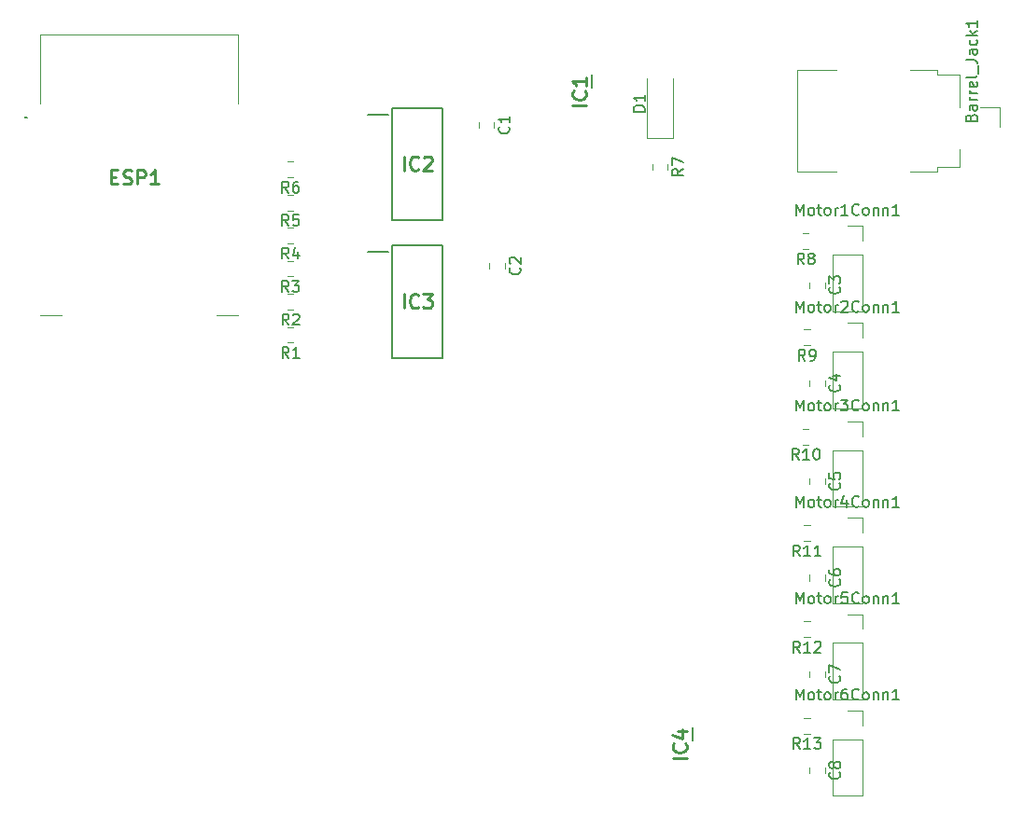
<source format=gbr>
G04 #@! TF.GenerationSoftware,KiCad,Pcbnew,(5.1.5)-3*
G04 #@! TF.CreationDate,2022-02-18T13:47:20-05:00*
G04 #@! TF.ProjectId,Motor board,4d6f746f-7220-4626-9f61-72642e6b6963,rev?*
G04 #@! TF.SameCoordinates,Original*
G04 #@! TF.FileFunction,Legend,Top*
G04 #@! TF.FilePolarity,Positive*
%FSLAX46Y46*%
G04 Gerber Fmt 4.6, Leading zero omitted, Abs format (unit mm)*
G04 Created by KiCad (PCBNEW (5.1.5)-3) date 2022-02-18 13:47:20*
%MOMM*%
%LPD*%
G04 APERTURE LIST*
%ADD10C,0.200000*%
%ADD11C,0.120000*%
%ADD12C,0.100000*%
%ADD13C,0.254000*%
%ADD14C,0.150000*%
G04 APERTURE END LIST*
D10*
X183700000Y-82400000D02*
X183700000Y-83600000D01*
X154275000Y-26740000D02*
X156100000Y-26740000D01*
X156450000Y-36350000D02*
X156450000Y-26150000D01*
X161050000Y-36350000D02*
X156450000Y-36350000D01*
X161050000Y-26150000D02*
X161050000Y-36350000D01*
X156450000Y-26150000D02*
X161050000Y-26150000D01*
D11*
X211540000Y-26110000D02*
X211540000Y-27850000D01*
X209800000Y-26110000D02*
X211540000Y-26110000D01*
X205900000Y-31900000D02*
X203450000Y-31900000D01*
X205900000Y-31500000D02*
X205900000Y-31900000D01*
X207900000Y-31500000D02*
X205900000Y-31500000D01*
X207900000Y-29900000D02*
X207900000Y-31500000D01*
X207900000Y-23100000D02*
X207900000Y-26100000D01*
X205900000Y-23100000D02*
X207900000Y-23100000D01*
X205900000Y-22700000D02*
X205900000Y-23100000D01*
X203450000Y-22700000D02*
X205900000Y-22700000D01*
X193200000Y-22700000D02*
X196750000Y-22700000D01*
X193200000Y-31900000D02*
X193200000Y-22700000D01*
X196750000Y-31900000D02*
X193200000Y-31900000D01*
X164290000Y-27441422D02*
X164290000Y-27958578D01*
X165710000Y-27441422D02*
X165710000Y-27958578D01*
X166710000Y-40241422D02*
X166710000Y-40758578D01*
X165290000Y-40241422D02*
X165290000Y-40758578D01*
X194290000Y-41991422D02*
X194290000Y-42508578D01*
X195710000Y-41991422D02*
X195710000Y-42508578D01*
X195710000Y-50878922D02*
X195710000Y-51396078D01*
X194290000Y-50878922D02*
X194290000Y-51396078D01*
X194290000Y-59803922D02*
X194290000Y-60321078D01*
X195710000Y-59803922D02*
X195710000Y-60321078D01*
X195710000Y-68553922D02*
X195710000Y-69071078D01*
X194290000Y-68553922D02*
X194290000Y-69071078D01*
X194290000Y-77303922D02*
X194290000Y-77821078D01*
X195710000Y-77303922D02*
X195710000Y-77821078D01*
X195710000Y-86053922D02*
X195710000Y-86571078D01*
X194290000Y-86053922D02*
X194290000Y-86571078D01*
X179590000Y-23500000D02*
X179590000Y-28885000D01*
X179590000Y-28885000D02*
X181910000Y-28885000D01*
X181910000Y-28885000D02*
X181910000Y-23500000D01*
D10*
X123300000Y-27000000D02*
G75*
G02X123200000Y-27000000I-50000J0D01*
G01*
X123200000Y-27000000D02*
G75*
G02X123300000Y-27000000I50000J0D01*
G01*
X123300000Y-27000000D02*
G75*
G02X123200000Y-27000000I-50000J0D01*
G01*
X123200000Y-27000000D02*
X123200000Y-27000000D01*
X123300000Y-27000000D02*
X123300000Y-27000000D01*
X123200000Y-27000000D02*
X123200000Y-27000000D01*
D12*
X142500000Y-25750000D02*
X142500000Y-19500000D01*
X142500000Y-25750000D02*
X142500000Y-25750000D01*
X142500000Y-19500000D02*
X142500000Y-25750000D01*
X142500000Y-19500000D02*
X142500000Y-19500000D01*
X124500000Y-19500000D02*
X124500000Y-25750000D01*
X124500000Y-19500000D02*
X124500000Y-19500000D01*
X124500000Y-25750000D02*
X124500000Y-19500000D01*
X124500000Y-25750000D02*
X124500000Y-25750000D01*
X140500000Y-45000000D02*
X140500000Y-45000000D01*
X142500000Y-45000000D02*
X140500000Y-45000000D01*
X142500000Y-45000000D02*
X142500000Y-45000000D01*
X140500000Y-45000000D02*
X142500000Y-45000000D01*
X124500000Y-45000000D02*
X124500000Y-45000000D01*
X126500000Y-45000000D02*
X124500000Y-45000000D01*
X126500000Y-45000000D02*
X126500000Y-45000000D01*
X124500000Y-45000000D02*
X126500000Y-45000000D01*
X124500000Y-19500000D02*
X124500000Y-19500000D01*
X142500000Y-19500000D02*
X124500000Y-19500000D01*
X142500000Y-19500000D02*
X142500000Y-19500000D01*
X124500000Y-19500000D02*
X142500000Y-19500000D01*
D10*
X174600000Y-23150000D02*
X174600000Y-24350000D01*
X156450000Y-38650000D02*
X161050000Y-38650000D01*
X161050000Y-38650000D02*
X161050000Y-48850000D01*
X161050000Y-48850000D02*
X156450000Y-48850000D01*
X156450000Y-48850000D02*
X156450000Y-38650000D01*
X154275000Y-39240000D02*
X156100000Y-39240000D01*
D11*
X197750000Y-36880000D02*
X199080000Y-36880000D01*
X199080000Y-36880000D02*
X199080000Y-38210000D01*
X199080000Y-39480000D02*
X199080000Y-44620000D01*
X196420000Y-44620000D02*
X199080000Y-44620000D01*
X196420000Y-39480000D02*
X196420000Y-44620000D01*
X196420000Y-39480000D02*
X199080000Y-39480000D01*
X196420000Y-48270000D02*
X199080000Y-48270000D01*
X196420000Y-48270000D02*
X196420000Y-53410000D01*
X196420000Y-53410000D02*
X199080000Y-53410000D01*
X199080000Y-48270000D02*
X199080000Y-53410000D01*
X199080000Y-45670000D02*
X199080000Y-47000000D01*
X197750000Y-45670000D02*
X199080000Y-45670000D01*
X197750000Y-54630000D02*
X199080000Y-54630000D01*
X199080000Y-54630000D02*
X199080000Y-55960000D01*
X199080000Y-57230000D02*
X199080000Y-62370000D01*
X196420000Y-62370000D02*
X199080000Y-62370000D01*
X196420000Y-57230000D02*
X196420000Y-62370000D01*
X196420000Y-57230000D02*
X199080000Y-57230000D01*
X196420000Y-65980000D02*
X199080000Y-65980000D01*
X196420000Y-65980000D02*
X196420000Y-71120000D01*
X196420000Y-71120000D02*
X199080000Y-71120000D01*
X199080000Y-65980000D02*
X199080000Y-71120000D01*
X199080000Y-63380000D02*
X199080000Y-64710000D01*
X197750000Y-63380000D02*
X199080000Y-63380000D01*
X197750000Y-72130000D02*
X199080000Y-72130000D01*
X199080000Y-72130000D02*
X199080000Y-73460000D01*
X199080000Y-74730000D02*
X199080000Y-79870000D01*
X196420000Y-79870000D02*
X199080000Y-79870000D01*
X196420000Y-74730000D02*
X196420000Y-79870000D01*
X196420000Y-74730000D02*
X199080000Y-74730000D01*
X196420000Y-83480000D02*
X199080000Y-83480000D01*
X196420000Y-83480000D02*
X196420000Y-88620000D01*
X196420000Y-88620000D02*
X199080000Y-88620000D01*
X199080000Y-83480000D02*
X199080000Y-88620000D01*
X199080000Y-80880000D02*
X199080000Y-82210000D01*
X197750000Y-80880000D02*
X199080000Y-80880000D01*
X147511252Y-47460000D02*
X146988748Y-47460000D01*
X147511252Y-46040000D02*
X146988748Y-46040000D01*
X147511252Y-43040000D02*
X146988748Y-43040000D01*
X147511252Y-44460000D02*
X146988748Y-44460000D01*
X147486252Y-41460000D02*
X146963748Y-41460000D01*
X147486252Y-40040000D02*
X146963748Y-40040000D01*
X147486252Y-37040000D02*
X146963748Y-37040000D01*
X147486252Y-38460000D02*
X146963748Y-38460000D01*
X147486252Y-35460000D02*
X146963748Y-35460000D01*
X147486252Y-34040000D02*
X146963748Y-34040000D01*
X147486252Y-31040000D02*
X146963748Y-31040000D01*
X147486252Y-32460000D02*
X146963748Y-32460000D01*
X181460000Y-31263748D02*
X181460000Y-31786252D01*
X180040000Y-31263748D02*
X180040000Y-31786252D01*
X194236252Y-37540000D02*
X193713748Y-37540000D01*
X194236252Y-38960000D02*
X193713748Y-38960000D01*
X194336252Y-47710000D02*
X193813748Y-47710000D01*
X194336252Y-46290000D02*
X193813748Y-46290000D01*
X194236252Y-56710000D02*
X193713748Y-56710000D01*
X194236252Y-55290000D02*
X193713748Y-55290000D01*
X194336252Y-64040000D02*
X193813748Y-64040000D01*
X194336252Y-65460000D02*
X193813748Y-65460000D01*
X194336252Y-74210000D02*
X193813748Y-74210000D01*
X194336252Y-72790000D02*
X193813748Y-72790000D01*
X194336252Y-81540000D02*
X193813748Y-81540000D01*
X194336252Y-82960000D02*
X193813748Y-82960000D01*
D13*
X183174523Y-85189761D02*
X181904523Y-85189761D01*
X183053571Y-83859285D02*
X183114047Y-83919761D01*
X183174523Y-84101190D01*
X183174523Y-84222142D01*
X183114047Y-84403571D01*
X182993095Y-84524523D01*
X182872142Y-84585000D01*
X182630238Y-84645476D01*
X182448809Y-84645476D01*
X182206904Y-84585000D01*
X182085952Y-84524523D01*
X181965000Y-84403571D01*
X181904523Y-84222142D01*
X181904523Y-84101190D01*
X181965000Y-83919761D01*
X182025476Y-83859285D01*
X182327857Y-82770714D02*
X183174523Y-82770714D01*
X181844047Y-83073095D02*
X182751190Y-83375476D01*
X182751190Y-82589285D01*
X157510238Y-31824523D02*
X157510238Y-30554523D01*
X158840714Y-31703571D02*
X158780238Y-31764047D01*
X158598809Y-31824523D01*
X158477857Y-31824523D01*
X158296428Y-31764047D01*
X158175476Y-31643095D01*
X158115000Y-31522142D01*
X158054523Y-31280238D01*
X158054523Y-31098809D01*
X158115000Y-30856904D01*
X158175476Y-30735952D01*
X158296428Y-30615000D01*
X158477857Y-30554523D01*
X158598809Y-30554523D01*
X158780238Y-30615000D01*
X158840714Y-30675476D01*
X159324523Y-30675476D02*
X159385000Y-30615000D01*
X159505952Y-30554523D01*
X159808333Y-30554523D01*
X159929285Y-30615000D01*
X159989761Y-30675476D01*
X160050238Y-30796428D01*
X160050238Y-30917380D01*
X159989761Y-31098809D01*
X159264047Y-31824523D01*
X160050238Y-31824523D01*
D14*
X208978571Y-27014285D02*
X209026190Y-26871428D01*
X209073809Y-26823809D01*
X209169047Y-26776190D01*
X209311904Y-26776190D01*
X209407142Y-26823809D01*
X209454761Y-26871428D01*
X209502380Y-26966666D01*
X209502380Y-27347619D01*
X208502380Y-27347619D01*
X208502380Y-27014285D01*
X208550000Y-26919047D01*
X208597619Y-26871428D01*
X208692857Y-26823809D01*
X208788095Y-26823809D01*
X208883333Y-26871428D01*
X208930952Y-26919047D01*
X208978571Y-27014285D01*
X208978571Y-27347619D01*
X209502380Y-25919047D02*
X208978571Y-25919047D01*
X208883333Y-25966666D01*
X208835714Y-26061904D01*
X208835714Y-26252380D01*
X208883333Y-26347619D01*
X209454761Y-25919047D02*
X209502380Y-26014285D01*
X209502380Y-26252380D01*
X209454761Y-26347619D01*
X209359523Y-26395238D01*
X209264285Y-26395238D01*
X209169047Y-26347619D01*
X209121428Y-26252380D01*
X209121428Y-26014285D01*
X209073809Y-25919047D01*
X209502380Y-25442857D02*
X208835714Y-25442857D01*
X209026190Y-25442857D02*
X208930952Y-25395238D01*
X208883333Y-25347619D01*
X208835714Y-25252380D01*
X208835714Y-25157142D01*
X209502380Y-24823809D02*
X208835714Y-24823809D01*
X209026190Y-24823809D02*
X208930952Y-24776190D01*
X208883333Y-24728571D01*
X208835714Y-24633333D01*
X208835714Y-24538095D01*
X209454761Y-23823809D02*
X209502380Y-23919047D01*
X209502380Y-24109523D01*
X209454761Y-24204761D01*
X209359523Y-24252380D01*
X208978571Y-24252380D01*
X208883333Y-24204761D01*
X208835714Y-24109523D01*
X208835714Y-23919047D01*
X208883333Y-23823809D01*
X208978571Y-23776190D01*
X209073809Y-23776190D01*
X209169047Y-24252380D01*
X209502380Y-23204761D02*
X209454761Y-23300000D01*
X209359523Y-23347619D01*
X208502380Y-23347619D01*
X209597619Y-23061904D02*
X209597619Y-22300000D01*
X208502380Y-21776190D02*
X209216666Y-21776190D01*
X209359523Y-21823809D01*
X209454761Y-21919047D01*
X209502380Y-22061904D01*
X209502380Y-22157142D01*
X209502380Y-20871428D02*
X208978571Y-20871428D01*
X208883333Y-20919047D01*
X208835714Y-21014285D01*
X208835714Y-21204761D01*
X208883333Y-21300000D01*
X209454761Y-20871428D02*
X209502380Y-20966666D01*
X209502380Y-21204761D01*
X209454761Y-21300000D01*
X209359523Y-21347619D01*
X209264285Y-21347619D01*
X209169047Y-21300000D01*
X209121428Y-21204761D01*
X209121428Y-20966666D01*
X209073809Y-20871428D01*
X209454761Y-19966666D02*
X209502380Y-20061904D01*
X209502380Y-20252380D01*
X209454761Y-20347619D01*
X209407142Y-20395238D01*
X209311904Y-20442857D01*
X209026190Y-20442857D01*
X208930952Y-20395238D01*
X208883333Y-20347619D01*
X208835714Y-20252380D01*
X208835714Y-20061904D01*
X208883333Y-19966666D01*
X209502380Y-19538095D02*
X208502380Y-19538095D01*
X209121428Y-19442857D02*
X209502380Y-19157142D01*
X208835714Y-19157142D02*
X209216666Y-19538095D01*
X209502380Y-18204761D02*
X209502380Y-18776190D01*
X209502380Y-18490476D02*
X208502380Y-18490476D01*
X208645238Y-18585714D01*
X208740476Y-18680952D01*
X208788095Y-18776190D01*
X167007142Y-27866666D02*
X167054761Y-27914285D01*
X167102380Y-28057142D01*
X167102380Y-28152380D01*
X167054761Y-28295238D01*
X166959523Y-28390476D01*
X166864285Y-28438095D01*
X166673809Y-28485714D01*
X166530952Y-28485714D01*
X166340476Y-28438095D01*
X166245238Y-28390476D01*
X166150000Y-28295238D01*
X166102380Y-28152380D01*
X166102380Y-28057142D01*
X166150000Y-27914285D01*
X166197619Y-27866666D01*
X167102380Y-26914285D02*
X167102380Y-27485714D01*
X167102380Y-27200000D02*
X166102380Y-27200000D01*
X166245238Y-27295238D01*
X166340476Y-27390476D01*
X166388095Y-27485714D01*
X168007142Y-40666666D02*
X168054761Y-40714285D01*
X168102380Y-40857142D01*
X168102380Y-40952380D01*
X168054761Y-41095238D01*
X167959523Y-41190476D01*
X167864285Y-41238095D01*
X167673809Y-41285714D01*
X167530952Y-41285714D01*
X167340476Y-41238095D01*
X167245238Y-41190476D01*
X167150000Y-41095238D01*
X167102380Y-40952380D01*
X167102380Y-40857142D01*
X167150000Y-40714285D01*
X167197619Y-40666666D01*
X167197619Y-40285714D02*
X167150000Y-40238095D01*
X167102380Y-40142857D01*
X167102380Y-39904761D01*
X167150000Y-39809523D01*
X167197619Y-39761904D01*
X167292857Y-39714285D01*
X167388095Y-39714285D01*
X167530952Y-39761904D01*
X168102380Y-40333333D01*
X168102380Y-39714285D01*
X197007142Y-42416666D02*
X197054761Y-42464285D01*
X197102380Y-42607142D01*
X197102380Y-42702380D01*
X197054761Y-42845238D01*
X196959523Y-42940476D01*
X196864285Y-42988095D01*
X196673809Y-43035714D01*
X196530952Y-43035714D01*
X196340476Y-42988095D01*
X196245238Y-42940476D01*
X196150000Y-42845238D01*
X196102380Y-42702380D01*
X196102380Y-42607142D01*
X196150000Y-42464285D01*
X196197619Y-42416666D01*
X196102380Y-42083333D02*
X196102380Y-41464285D01*
X196483333Y-41797619D01*
X196483333Y-41654761D01*
X196530952Y-41559523D01*
X196578571Y-41511904D01*
X196673809Y-41464285D01*
X196911904Y-41464285D01*
X197007142Y-41511904D01*
X197054761Y-41559523D01*
X197102380Y-41654761D01*
X197102380Y-41940476D01*
X197054761Y-42035714D01*
X197007142Y-42083333D01*
X197007142Y-51304166D02*
X197054761Y-51351785D01*
X197102380Y-51494642D01*
X197102380Y-51589880D01*
X197054761Y-51732738D01*
X196959523Y-51827976D01*
X196864285Y-51875595D01*
X196673809Y-51923214D01*
X196530952Y-51923214D01*
X196340476Y-51875595D01*
X196245238Y-51827976D01*
X196150000Y-51732738D01*
X196102380Y-51589880D01*
X196102380Y-51494642D01*
X196150000Y-51351785D01*
X196197619Y-51304166D01*
X196435714Y-50447023D02*
X197102380Y-50447023D01*
X196054761Y-50685119D02*
X196769047Y-50923214D01*
X196769047Y-50304166D01*
X197007142Y-60229166D02*
X197054761Y-60276785D01*
X197102380Y-60419642D01*
X197102380Y-60514880D01*
X197054761Y-60657738D01*
X196959523Y-60752976D01*
X196864285Y-60800595D01*
X196673809Y-60848214D01*
X196530952Y-60848214D01*
X196340476Y-60800595D01*
X196245238Y-60752976D01*
X196150000Y-60657738D01*
X196102380Y-60514880D01*
X196102380Y-60419642D01*
X196150000Y-60276785D01*
X196197619Y-60229166D01*
X196102380Y-59324404D02*
X196102380Y-59800595D01*
X196578571Y-59848214D01*
X196530952Y-59800595D01*
X196483333Y-59705357D01*
X196483333Y-59467261D01*
X196530952Y-59372023D01*
X196578571Y-59324404D01*
X196673809Y-59276785D01*
X196911904Y-59276785D01*
X197007142Y-59324404D01*
X197054761Y-59372023D01*
X197102380Y-59467261D01*
X197102380Y-59705357D01*
X197054761Y-59800595D01*
X197007142Y-59848214D01*
X197007142Y-68979166D02*
X197054761Y-69026785D01*
X197102380Y-69169642D01*
X197102380Y-69264880D01*
X197054761Y-69407738D01*
X196959523Y-69502976D01*
X196864285Y-69550595D01*
X196673809Y-69598214D01*
X196530952Y-69598214D01*
X196340476Y-69550595D01*
X196245238Y-69502976D01*
X196150000Y-69407738D01*
X196102380Y-69264880D01*
X196102380Y-69169642D01*
X196150000Y-69026785D01*
X196197619Y-68979166D01*
X196102380Y-68122023D02*
X196102380Y-68312500D01*
X196150000Y-68407738D01*
X196197619Y-68455357D01*
X196340476Y-68550595D01*
X196530952Y-68598214D01*
X196911904Y-68598214D01*
X197007142Y-68550595D01*
X197054761Y-68502976D01*
X197102380Y-68407738D01*
X197102380Y-68217261D01*
X197054761Y-68122023D01*
X197007142Y-68074404D01*
X196911904Y-68026785D01*
X196673809Y-68026785D01*
X196578571Y-68074404D01*
X196530952Y-68122023D01*
X196483333Y-68217261D01*
X196483333Y-68407738D01*
X196530952Y-68502976D01*
X196578571Y-68550595D01*
X196673809Y-68598214D01*
X197007142Y-77729166D02*
X197054761Y-77776785D01*
X197102380Y-77919642D01*
X197102380Y-78014880D01*
X197054761Y-78157738D01*
X196959523Y-78252976D01*
X196864285Y-78300595D01*
X196673809Y-78348214D01*
X196530952Y-78348214D01*
X196340476Y-78300595D01*
X196245238Y-78252976D01*
X196150000Y-78157738D01*
X196102380Y-78014880D01*
X196102380Y-77919642D01*
X196150000Y-77776785D01*
X196197619Y-77729166D01*
X196102380Y-77395833D02*
X196102380Y-76729166D01*
X197102380Y-77157738D01*
X197007142Y-86479166D02*
X197054761Y-86526785D01*
X197102380Y-86669642D01*
X197102380Y-86764880D01*
X197054761Y-86907738D01*
X196959523Y-87002976D01*
X196864285Y-87050595D01*
X196673809Y-87098214D01*
X196530952Y-87098214D01*
X196340476Y-87050595D01*
X196245238Y-87002976D01*
X196150000Y-86907738D01*
X196102380Y-86764880D01*
X196102380Y-86669642D01*
X196150000Y-86526785D01*
X196197619Y-86479166D01*
X196530952Y-85907738D02*
X196483333Y-86002976D01*
X196435714Y-86050595D01*
X196340476Y-86098214D01*
X196292857Y-86098214D01*
X196197619Y-86050595D01*
X196150000Y-86002976D01*
X196102380Y-85907738D01*
X196102380Y-85717261D01*
X196150000Y-85622023D01*
X196197619Y-85574404D01*
X196292857Y-85526785D01*
X196340476Y-85526785D01*
X196435714Y-85574404D01*
X196483333Y-85622023D01*
X196530952Y-85717261D01*
X196530952Y-85907738D01*
X196578571Y-86002976D01*
X196626190Y-86050595D01*
X196721428Y-86098214D01*
X196911904Y-86098214D01*
X197007142Y-86050595D01*
X197054761Y-86002976D01*
X197102380Y-85907738D01*
X197102380Y-85717261D01*
X197054761Y-85622023D01*
X197007142Y-85574404D01*
X196911904Y-85526785D01*
X196721428Y-85526785D01*
X196626190Y-85574404D01*
X196578571Y-85622023D01*
X196530952Y-85717261D01*
X179352380Y-26488095D02*
X178352380Y-26488095D01*
X178352380Y-26250000D01*
X178400000Y-26107142D01*
X178495238Y-26011904D01*
X178590476Y-25964285D01*
X178780952Y-25916666D01*
X178923809Y-25916666D01*
X179114285Y-25964285D01*
X179209523Y-26011904D01*
X179304761Y-26107142D01*
X179352380Y-26250000D01*
X179352380Y-26488095D01*
X179352380Y-24964285D02*
X179352380Y-25535714D01*
X179352380Y-25250000D02*
X178352380Y-25250000D01*
X178495238Y-25345238D01*
X178590476Y-25440476D01*
X178638095Y-25535714D01*
D13*
X130983333Y-32414285D02*
X131406666Y-32414285D01*
X131588095Y-33079523D02*
X130983333Y-33079523D01*
X130983333Y-31809523D01*
X131588095Y-31809523D01*
X132071904Y-33019047D02*
X132253333Y-33079523D01*
X132555714Y-33079523D01*
X132676666Y-33019047D01*
X132737142Y-32958571D01*
X132797619Y-32837619D01*
X132797619Y-32716666D01*
X132737142Y-32595714D01*
X132676666Y-32535238D01*
X132555714Y-32474761D01*
X132313809Y-32414285D01*
X132192857Y-32353809D01*
X132132380Y-32293333D01*
X132071904Y-32172380D01*
X132071904Y-32051428D01*
X132132380Y-31930476D01*
X132192857Y-31870000D01*
X132313809Y-31809523D01*
X132616190Y-31809523D01*
X132797619Y-31870000D01*
X133341904Y-33079523D02*
X133341904Y-31809523D01*
X133825714Y-31809523D01*
X133946666Y-31870000D01*
X134007142Y-31930476D01*
X134067619Y-32051428D01*
X134067619Y-32232857D01*
X134007142Y-32353809D01*
X133946666Y-32414285D01*
X133825714Y-32474761D01*
X133341904Y-32474761D01*
X135277142Y-33079523D02*
X134551428Y-33079523D01*
X134914285Y-33079523D02*
X134914285Y-31809523D01*
X134793333Y-31990952D01*
X134672380Y-32111904D01*
X134551428Y-32172380D01*
X174074523Y-25939761D02*
X172804523Y-25939761D01*
X173953571Y-24609285D02*
X174014047Y-24669761D01*
X174074523Y-24851190D01*
X174074523Y-24972142D01*
X174014047Y-25153571D01*
X173893095Y-25274523D01*
X173772142Y-25335000D01*
X173530238Y-25395476D01*
X173348809Y-25395476D01*
X173106904Y-25335000D01*
X172985952Y-25274523D01*
X172865000Y-25153571D01*
X172804523Y-24972142D01*
X172804523Y-24851190D01*
X172865000Y-24669761D01*
X172925476Y-24609285D01*
X174074523Y-23399761D02*
X174074523Y-24125476D01*
X174074523Y-23762619D02*
X172804523Y-23762619D01*
X172985952Y-23883571D01*
X173106904Y-24004523D01*
X173167380Y-24125476D01*
X157510238Y-44324523D02*
X157510238Y-43054523D01*
X158840714Y-44203571D02*
X158780238Y-44264047D01*
X158598809Y-44324523D01*
X158477857Y-44324523D01*
X158296428Y-44264047D01*
X158175476Y-44143095D01*
X158115000Y-44022142D01*
X158054523Y-43780238D01*
X158054523Y-43598809D01*
X158115000Y-43356904D01*
X158175476Y-43235952D01*
X158296428Y-43115000D01*
X158477857Y-43054523D01*
X158598809Y-43054523D01*
X158780238Y-43115000D01*
X158840714Y-43175476D01*
X159264047Y-43054523D02*
X160050238Y-43054523D01*
X159626904Y-43538333D01*
X159808333Y-43538333D01*
X159929285Y-43598809D01*
X159989761Y-43659285D01*
X160050238Y-43780238D01*
X160050238Y-44082619D01*
X159989761Y-44203571D01*
X159929285Y-44264047D01*
X159808333Y-44324523D01*
X159445476Y-44324523D01*
X159324523Y-44264047D01*
X159264047Y-44203571D01*
D14*
X193107142Y-35892380D02*
X193107142Y-34892380D01*
X193440476Y-35606666D01*
X193773809Y-34892380D01*
X193773809Y-35892380D01*
X194392857Y-35892380D02*
X194297619Y-35844761D01*
X194250000Y-35797142D01*
X194202380Y-35701904D01*
X194202380Y-35416190D01*
X194250000Y-35320952D01*
X194297619Y-35273333D01*
X194392857Y-35225714D01*
X194535714Y-35225714D01*
X194630952Y-35273333D01*
X194678571Y-35320952D01*
X194726190Y-35416190D01*
X194726190Y-35701904D01*
X194678571Y-35797142D01*
X194630952Y-35844761D01*
X194535714Y-35892380D01*
X194392857Y-35892380D01*
X195011904Y-35225714D02*
X195392857Y-35225714D01*
X195154761Y-34892380D02*
X195154761Y-35749523D01*
X195202380Y-35844761D01*
X195297619Y-35892380D01*
X195392857Y-35892380D01*
X195869047Y-35892380D02*
X195773809Y-35844761D01*
X195726190Y-35797142D01*
X195678571Y-35701904D01*
X195678571Y-35416190D01*
X195726190Y-35320952D01*
X195773809Y-35273333D01*
X195869047Y-35225714D01*
X196011904Y-35225714D01*
X196107142Y-35273333D01*
X196154761Y-35320952D01*
X196202380Y-35416190D01*
X196202380Y-35701904D01*
X196154761Y-35797142D01*
X196107142Y-35844761D01*
X196011904Y-35892380D01*
X195869047Y-35892380D01*
X196630952Y-35892380D02*
X196630952Y-35225714D01*
X196630952Y-35416190D02*
X196678571Y-35320952D01*
X196726190Y-35273333D01*
X196821428Y-35225714D01*
X196916666Y-35225714D01*
X197773809Y-35892380D02*
X197202380Y-35892380D01*
X197488095Y-35892380D02*
X197488095Y-34892380D01*
X197392857Y-35035238D01*
X197297619Y-35130476D01*
X197202380Y-35178095D01*
X198773809Y-35797142D02*
X198726190Y-35844761D01*
X198583333Y-35892380D01*
X198488095Y-35892380D01*
X198345238Y-35844761D01*
X198250000Y-35749523D01*
X198202380Y-35654285D01*
X198154761Y-35463809D01*
X198154761Y-35320952D01*
X198202380Y-35130476D01*
X198250000Y-35035238D01*
X198345238Y-34940000D01*
X198488095Y-34892380D01*
X198583333Y-34892380D01*
X198726190Y-34940000D01*
X198773809Y-34987619D01*
X199345238Y-35892380D02*
X199250000Y-35844761D01*
X199202380Y-35797142D01*
X199154761Y-35701904D01*
X199154761Y-35416190D01*
X199202380Y-35320952D01*
X199250000Y-35273333D01*
X199345238Y-35225714D01*
X199488095Y-35225714D01*
X199583333Y-35273333D01*
X199630952Y-35320952D01*
X199678571Y-35416190D01*
X199678571Y-35701904D01*
X199630952Y-35797142D01*
X199583333Y-35844761D01*
X199488095Y-35892380D01*
X199345238Y-35892380D01*
X200107142Y-35225714D02*
X200107142Y-35892380D01*
X200107142Y-35320952D02*
X200154761Y-35273333D01*
X200250000Y-35225714D01*
X200392857Y-35225714D01*
X200488095Y-35273333D01*
X200535714Y-35368571D01*
X200535714Y-35892380D01*
X201011904Y-35225714D02*
X201011904Y-35892380D01*
X201011904Y-35320952D02*
X201059523Y-35273333D01*
X201154761Y-35225714D01*
X201297619Y-35225714D01*
X201392857Y-35273333D01*
X201440476Y-35368571D01*
X201440476Y-35892380D01*
X202440476Y-35892380D02*
X201869047Y-35892380D01*
X202154761Y-35892380D02*
X202154761Y-34892380D01*
X202059523Y-35035238D01*
X201964285Y-35130476D01*
X201869047Y-35178095D01*
X193107142Y-44682380D02*
X193107142Y-43682380D01*
X193440476Y-44396666D01*
X193773809Y-43682380D01*
X193773809Y-44682380D01*
X194392857Y-44682380D02*
X194297619Y-44634761D01*
X194250000Y-44587142D01*
X194202380Y-44491904D01*
X194202380Y-44206190D01*
X194250000Y-44110952D01*
X194297619Y-44063333D01*
X194392857Y-44015714D01*
X194535714Y-44015714D01*
X194630952Y-44063333D01*
X194678571Y-44110952D01*
X194726190Y-44206190D01*
X194726190Y-44491904D01*
X194678571Y-44587142D01*
X194630952Y-44634761D01*
X194535714Y-44682380D01*
X194392857Y-44682380D01*
X195011904Y-44015714D02*
X195392857Y-44015714D01*
X195154761Y-43682380D02*
X195154761Y-44539523D01*
X195202380Y-44634761D01*
X195297619Y-44682380D01*
X195392857Y-44682380D01*
X195869047Y-44682380D02*
X195773809Y-44634761D01*
X195726190Y-44587142D01*
X195678571Y-44491904D01*
X195678571Y-44206190D01*
X195726190Y-44110952D01*
X195773809Y-44063333D01*
X195869047Y-44015714D01*
X196011904Y-44015714D01*
X196107142Y-44063333D01*
X196154761Y-44110952D01*
X196202380Y-44206190D01*
X196202380Y-44491904D01*
X196154761Y-44587142D01*
X196107142Y-44634761D01*
X196011904Y-44682380D01*
X195869047Y-44682380D01*
X196630952Y-44682380D02*
X196630952Y-44015714D01*
X196630952Y-44206190D02*
X196678571Y-44110952D01*
X196726190Y-44063333D01*
X196821428Y-44015714D01*
X196916666Y-44015714D01*
X197202380Y-43777619D02*
X197250000Y-43730000D01*
X197345238Y-43682380D01*
X197583333Y-43682380D01*
X197678571Y-43730000D01*
X197726190Y-43777619D01*
X197773809Y-43872857D01*
X197773809Y-43968095D01*
X197726190Y-44110952D01*
X197154761Y-44682380D01*
X197773809Y-44682380D01*
X198773809Y-44587142D02*
X198726190Y-44634761D01*
X198583333Y-44682380D01*
X198488095Y-44682380D01*
X198345238Y-44634761D01*
X198250000Y-44539523D01*
X198202380Y-44444285D01*
X198154761Y-44253809D01*
X198154761Y-44110952D01*
X198202380Y-43920476D01*
X198250000Y-43825238D01*
X198345238Y-43730000D01*
X198488095Y-43682380D01*
X198583333Y-43682380D01*
X198726190Y-43730000D01*
X198773809Y-43777619D01*
X199345238Y-44682380D02*
X199250000Y-44634761D01*
X199202380Y-44587142D01*
X199154761Y-44491904D01*
X199154761Y-44206190D01*
X199202380Y-44110952D01*
X199250000Y-44063333D01*
X199345238Y-44015714D01*
X199488095Y-44015714D01*
X199583333Y-44063333D01*
X199630952Y-44110952D01*
X199678571Y-44206190D01*
X199678571Y-44491904D01*
X199630952Y-44587142D01*
X199583333Y-44634761D01*
X199488095Y-44682380D01*
X199345238Y-44682380D01*
X200107142Y-44015714D02*
X200107142Y-44682380D01*
X200107142Y-44110952D02*
X200154761Y-44063333D01*
X200250000Y-44015714D01*
X200392857Y-44015714D01*
X200488095Y-44063333D01*
X200535714Y-44158571D01*
X200535714Y-44682380D01*
X201011904Y-44015714D02*
X201011904Y-44682380D01*
X201011904Y-44110952D02*
X201059523Y-44063333D01*
X201154761Y-44015714D01*
X201297619Y-44015714D01*
X201392857Y-44063333D01*
X201440476Y-44158571D01*
X201440476Y-44682380D01*
X202440476Y-44682380D02*
X201869047Y-44682380D01*
X202154761Y-44682380D02*
X202154761Y-43682380D01*
X202059523Y-43825238D01*
X201964285Y-43920476D01*
X201869047Y-43968095D01*
X193107142Y-53642380D02*
X193107142Y-52642380D01*
X193440476Y-53356666D01*
X193773809Y-52642380D01*
X193773809Y-53642380D01*
X194392857Y-53642380D02*
X194297619Y-53594761D01*
X194250000Y-53547142D01*
X194202380Y-53451904D01*
X194202380Y-53166190D01*
X194250000Y-53070952D01*
X194297619Y-53023333D01*
X194392857Y-52975714D01*
X194535714Y-52975714D01*
X194630952Y-53023333D01*
X194678571Y-53070952D01*
X194726190Y-53166190D01*
X194726190Y-53451904D01*
X194678571Y-53547142D01*
X194630952Y-53594761D01*
X194535714Y-53642380D01*
X194392857Y-53642380D01*
X195011904Y-52975714D02*
X195392857Y-52975714D01*
X195154761Y-52642380D02*
X195154761Y-53499523D01*
X195202380Y-53594761D01*
X195297619Y-53642380D01*
X195392857Y-53642380D01*
X195869047Y-53642380D02*
X195773809Y-53594761D01*
X195726190Y-53547142D01*
X195678571Y-53451904D01*
X195678571Y-53166190D01*
X195726190Y-53070952D01*
X195773809Y-53023333D01*
X195869047Y-52975714D01*
X196011904Y-52975714D01*
X196107142Y-53023333D01*
X196154761Y-53070952D01*
X196202380Y-53166190D01*
X196202380Y-53451904D01*
X196154761Y-53547142D01*
X196107142Y-53594761D01*
X196011904Y-53642380D01*
X195869047Y-53642380D01*
X196630952Y-53642380D02*
X196630952Y-52975714D01*
X196630952Y-53166190D02*
X196678571Y-53070952D01*
X196726190Y-53023333D01*
X196821428Y-52975714D01*
X196916666Y-52975714D01*
X197154761Y-52642380D02*
X197773809Y-52642380D01*
X197440476Y-53023333D01*
X197583333Y-53023333D01*
X197678571Y-53070952D01*
X197726190Y-53118571D01*
X197773809Y-53213809D01*
X197773809Y-53451904D01*
X197726190Y-53547142D01*
X197678571Y-53594761D01*
X197583333Y-53642380D01*
X197297619Y-53642380D01*
X197202380Y-53594761D01*
X197154761Y-53547142D01*
X198773809Y-53547142D02*
X198726190Y-53594761D01*
X198583333Y-53642380D01*
X198488095Y-53642380D01*
X198345238Y-53594761D01*
X198250000Y-53499523D01*
X198202380Y-53404285D01*
X198154761Y-53213809D01*
X198154761Y-53070952D01*
X198202380Y-52880476D01*
X198250000Y-52785238D01*
X198345238Y-52690000D01*
X198488095Y-52642380D01*
X198583333Y-52642380D01*
X198726190Y-52690000D01*
X198773809Y-52737619D01*
X199345238Y-53642380D02*
X199250000Y-53594761D01*
X199202380Y-53547142D01*
X199154761Y-53451904D01*
X199154761Y-53166190D01*
X199202380Y-53070952D01*
X199250000Y-53023333D01*
X199345238Y-52975714D01*
X199488095Y-52975714D01*
X199583333Y-53023333D01*
X199630952Y-53070952D01*
X199678571Y-53166190D01*
X199678571Y-53451904D01*
X199630952Y-53547142D01*
X199583333Y-53594761D01*
X199488095Y-53642380D01*
X199345238Y-53642380D01*
X200107142Y-52975714D02*
X200107142Y-53642380D01*
X200107142Y-53070952D02*
X200154761Y-53023333D01*
X200250000Y-52975714D01*
X200392857Y-52975714D01*
X200488095Y-53023333D01*
X200535714Y-53118571D01*
X200535714Y-53642380D01*
X201011904Y-52975714D02*
X201011904Y-53642380D01*
X201011904Y-53070952D02*
X201059523Y-53023333D01*
X201154761Y-52975714D01*
X201297619Y-52975714D01*
X201392857Y-53023333D01*
X201440476Y-53118571D01*
X201440476Y-53642380D01*
X202440476Y-53642380D02*
X201869047Y-53642380D01*
X202154761Y-53642380D02*
X202154761Y-52642380D01*
X202059523Y-52785238D01*
X201964285Y-52880476D01*
X201869047Y-52928095D01*
X193107142Y-62392380D02*
X193107142Y-61392380D01*
X193440476Y-62106666D01*
X193773809Y-61392380D01*
X193773809Y-62392380D01*
X194392857Y-62392380D02*
X194297619Y-62344761D01*
X194250000Y-62297142D01*
X194202380Y-62201904D01*
X194202380Y-61916190D01*
X194250000Y-61820952D01*
X194297619Y-61773333D01*
X194392857Y-61725714D01*
X194535714Y-61725714D01*
X194630952Y-61773333D01*
X194678571Y-61820952D01*
X194726190Y-61916190D01*
X194726190Y-62201904D01*
X194678571Y-62297142D01*
X194630952Y-62344761D01*
X194535714Y-62392380D01*
X194392857Y-62392380D01*
X195011904Y-61725714D02*
X195392857Y-61725714D01*
X195154761Y-61392380D02*
X195154761Y-62249523D01*
X195202380Y-62344761D01*
X195297619Y-62392380D01*
X195392857Y-62392380D01*
X195869047Y-62392380D02*
X195773809Y-62344761D01*
X195726190Y-62297142D01*
X195678571Y-62201904D01*
X195678571Y-61916190D01*
X195726190Y-61820952D01*
X195773809Y-61773333D01*
X195869047Y-61725714D01*
X196011904Y-61725714D01*
X196107142Y-61773333D01*
X196154761Y-61820952D01*
X196202380Y-61916190D01*
X196202380Y-62201904D01*
X196154761Y-62297142D01*
X196107142Y-62344761D01*
X196011904Y-62392380D01*
X195869047Y-62392380D01*
X196630952Y-62392380D02*
X196630952Y-61725714D01*
X196630952Y-61916190D02*
X196678571Y-61820952D01*
X196726190Y-61773333D01*
X196821428Y-61725714D01*
X196916666Y-61725714D01*
X197678571Y-61725714D02*
X197678571Y-62392380D01*
X197440476Y-61344761D02*
X197202380Y-62059047D01*
X197821428Y-62059047D01*
X198773809Y-62297142D02*
X198726190Y-62344761D01*
X198583333Y-62392380D01*
X198488095Y-62392380D01*
X198345238Y-62344761D01*
X198250000Y-62249523D01*
X198202380Y-62154285D01*
X198154761Y-61963809D01*
X198154761Y-61820952D01*
X198202380Y-61630476D01*
X198250000Y-61535238D01*
X198345238Y-61440000D01*
X198488095Y-61392380D01*
X198583333Y-61392380D01*
X198726190Y-61440000D01*
X198773809Y-61487619D01*
X199345238Y-62392380D02*
X199250000Y-62344761D01*
X199202380Y-62297142D01*
X199154761Y-62201904D01*
X199154761Y-61916190D01*
X199202380Y-61820952D01*
X199250000Y-61773333D01*
X199345238Y-61725714D01*
X199488095Y-61725714D01*
X199583333Y-61773333D01*
X199630952Y-61820952D01*
X199678571Y-61916190D01*
X199678571Y-62201904D01*
X199630952Y-62297142D01*
X199583333Y-62344761D01*
X199488095Y-62392380D01*
X199345238Y-62392380D01*
X200107142Y-61725714D02*
X200107142Y-62392380D01*
X200107142Y-61820952D02*
X200154761Y-61773333D01*
X200250000Y-61725714D01*
X200392857Y-61725714D01*
X200488095Y-61773333D01*
X200535714Y-61868571D01*
X200535714Y-62392380D01*
X201011904Y-61725714D02*
X201011904Y-62392380D01*
X201011904Y-61820952D02*
X201059523Y-61773333D01*
X201154761Y-61725714D01*
X201297619Y-61725714D01*
X201392857Y-61773333D01*
X201440476Y-61868571D01*
X201440476Y-62392380D01*
X202440476Y-62392380D02*
X201869047Y-62392380D01*
X202154761Y-62392380D02*
X202154761Y-61392380D01*
X202059523Y-61535238D01*
X201964285Y-61630476D01*
X201869047Y-61678095D01*
X193107142Y-71142380D02*
X193107142Y-70142380D01*
X193440476Y-70856666D01*
X193773809Y-70142380D01*
X193773809Y-71142380D01*
X194392857Y-71142380D02*
X194297619Y-71094761D01*
X194250000Y-71047142D01*
X194202380Y-70951904D01*
X194202380Y-70666190D01*
X194250000Y-70570952D01*
X194297619Y-70523333D01*
X194392857Y-70475714D01*
X194535714Y-70475714D01*
X194630952Y-70523333D01*
X194678571Y-70570952D01*
X194726190Y-70666190D01*
X194726190Y-70951904D01*
X194678571Y-71047142D01*
X194630952Y-71094761D01*
X194535714Y-71142380D01*
X194392857Y-71142380D01*
X195011904Y-70475714D02*
X195392857Y-70475714D01*
X195154761Y-70142380D02*
X195154761Y-70999523D01*
X195202380Y-71094761D01*
X195297619Y-71142380D01*
X195392857Y-71142380D01*
X195869047Y-71142380D02*
X195773809Y-71094761D01*
X195726190Y-71047142D01*
X195678571Y-70951904D01*
X195678571Y-70666190D01*
X195726190Y-70570952D01*
X195773809Y-70523333D01*
X195869047Y-70475714D01*
X196011904Y-70475714D01*
X196107142Y-70523333D01*
X196154761Y-70570952D01*
X196202380Y-70666190D01*
X196202380Y-70951904D01*
X196154761Y-71047142D01*
X196107142Y-71094761D01*
X196011904Y-71142380D01*
X195869047Y-71142380D01*
X196630952Y-71142380D02*
X196630952Y-70475714D01*
X196630952Y-70666190D02*
X196678571Y-70570952D01*
X196726190Y-70523333D01*
X196821428Y-70475714D01*
X196916666Y-70475714D01*
X197726190Y-70142380D02*
X197250000Y-70142380D01*
X197202380Y-70618571D01*
X197250000Y-70570952D01*
X197345238Y-70523333D01*
X197583333Y-70523333D01*
X197678571Y-70570952D01*
X197726190Y-70618571D01*
X197773809Y-70713809D01*
X197773809Y-70951904D01*
X197726190Y-71047142D01*
X197678571Y-71094761D01*
X197583333Y-71142380D01*
X197345238Y-71142380D01*
X197250000Y-71094761D01*
X197202380Y-71047142D01*
X198773809Y-71047142D02*
X198726190Y-71094761D01*
X198583333Y-71142380D01*
X198488095Y-71142380D01*
X198345238Y-71094761D01*
X198250000Y-70999523D01*
X198202380Y-70904285D01*
X198154761Y-70713809D01*
X198154761Y-70570952D01*
X198202380Y-70380476D01*
X198250000Y-70285238D01*
X198345238Y-70190000D01*
X198488095Y-70142380D01*
X198583333Y-70142380D01*
X198726190Y-70190000D01*
X198773809Y-70237619D01*
X199345238Y-71142380D02*
X199250000Y-71094761D01*
X199202380Y-71047142D01*
X199154761Y-70951904D01*
X199154761Y-70666190D01*
X199202380Y-70570952D01*
X199250000Y-70523333D01*
X199345238Y-70475714D01*
X199488095Y-70475714D01*
X199583333Y-70523333D01*
X199630952Y-70570952D01*
X199678571Y-70666190D01*
X199678571Y-70951904D01*
X199630952Y-71047142D01*
X199583333Y-71094761D01*
X199488095Y-71142380D01*
X199345238Y-71142380D01*
X200107142Y-70475714D02*
X200107142Y-71142380D01*
X200107142Y-70570952D02*
X200154761Y-70523333D01*
X200250000Y-70475714D01*
X200392857Y-70475714D01*
X200488095Y-70523333D01*
X200535714Y-70618571D01*
X200535714Y-71142380D01*
X201011904Y-70475714D02*
X201011904Y-71142380D01*
X201011904Y-70570952D02*
X201059523Y-70523333D01*
X201154761Y-70475714D01*
X201297619Y-70475714D01*
X201392857Y-70523333D01*
X201440476Y-70618571D01*
X201440476Y-71142380D01*
X202440476Y-71142380D02*
X201869047Y-71142380D01*
X202154761Y-71142380D02*
X202154761Y-70142380D01*
X202059523Y-70285238D01*
X201964285Y-70380476D01*
X201869047Y-70428095D01*
X193107142Y-79892380D02*
X193107142Y-78892380D01*
X193440476Y-79606666D01*
X193773809Y-78892380D01*
X193773809Y-79892380D01*
X194392857Y-79892380D02*
X194297619Y-79844761D01*
X194250000Y-79797142D01*
X194202380Y-79701904D01*
X194202380Y-79416190D01*
X194250000Y-79320952D01*
X194297619Y-79273333D01*
X194392857Y-79225714D01*
X194535714Y-79225714D01*
X194630952Y-79273333D01*
X194678571Y-79320952D01*
X194726190Y-79416190D01*
X194726190Y-79701904D01*
X194678571Y-79797142D01*
X194630952Y-79844761D01*
X194535714Y-79892380D01*
X194392857Y-79892380D01*
X195011904Y-79225714D02*
X195392857Y-79225714D01*
X195154761Y-78892380D02*
X195154761Y-79749523D01*
X195202380Y-79844761D01*
X195297619Y-79892380D01*
X195392857Y-79892380D01*
X195869047Y-79892380D02*
X195773809Y-79844761D01*
X195726190Y-79797142D01*
X195678571Y-79701904D01*
X195678571Y-79416190D01*
X195726190Y-79320952D01*
X195773809Y-79273333D01*
X195869047Y-79225714D01*
X196011904Y-79225714D01*
X196107142Y-79273333D01*
X196154761Y-79320952D01*
X196202380Y-79416190D01*
X196202380Y-79701904D01*
X196154761Y-79797142D01*
X196107142Y-79844761D01*
X196011904Y-79892380D01*
X195869047Y-79892380D01*
X196630952Y-79892380D02*
X196630952Y-79225714D01*
X196630952Y-79416190D02*
X196678571Y-79320952D01*
X196726190Y-79273333D01*
X196821428Y-79225714D01*
X196916666Y-79225714D01*
X197678571Y-78892380D02*
X197488095Y-78892380D01*
X197392857Y-78940000D01*
X197345238Y-78987619D01*
X197250000Y-79130476D01*
X197202380Y-79320952D01*
X197202380Y-79701904D01*
X197250000Y-79797142D01*
X197297619Y-79844761D01*
X197392857Y-79892380D01*
X197583333Y-79892380D01*
X197678571Y-79844761D01*
X197726190Y-79797142D01*
X197773809Y-79701904D01*
X197773809Y-79463809D01*
X197726190Y-79368571D01*
X197678571Y-79320952D01*
X197583333Y-79273333D01*
X197392857Y-79273333D01*
X197297619Y-79320952D01*
X197250000Y-79368571D01*
X197202380Y-79463809D01*
X198773809Y-79797142D02*
X198726190Y-79844761D01*
X198583333Y-79892380D01*
X198488095Y-79892380D01*
X198345238Y-79844761D01*
X198250000Y-79749523D01*
X198202380Y-79654285D01*
X198154761Y-79463809D01*
X198154761Y-79320952D01*
X198202380Y-79130476D01*
X198250000Y-79035238D01*
X198345238Y-78940000D01*
X198488095Y-78892380D01*
X198583333Y-78892380D01*
X198726190Y-78940000D01*
X198773809Y-78987619D01*
X199345238Y-79892380D02*
X199250000Y-79844761D01*
X199202380Y-79797142D01*
X199154761Y-79701904D01*
X199154761Y-79416190D01*
X199202380Y-79320952D01*
X199250000Y-79273333D01*
X199345238Y-79225714D01*
X199488095Y-79225714D01*
X199583333Y-79273333D01*
X199630952Y-79320952D01*
X199678571Y-79416190D01*
X199678571Y-79701904D01*
X199630952Y-79797142D01*
X199583333Y-79844761D01*
X199488095Y-79892380D01*
X199345238Y-79892380D01*
X200107142Y-79225714D02*
X200107142Y-79892380D01*
X200107142Y-79320952D02*
X200154761Y-79273333D01*
X200250000Y-79225714D01*
X200392857Y-79225714D01*
X200488095Y-79273333D01*
X200535714Y-79368571D01*
X200535714Y-79892380D01*
X201011904Y-79225714D02*
X201011904Y-79892380D01*
X201011904Y-79320952D02*
X201059523Y-79273333D01*
X201154761Y-79225714D01*
X201297619Y-79225714D01*
X201392857Y-79273333D01*
X201440476Y-79368571D01*
X201440476Y-79892380D01*
X202440476Y-79892380D02*
X201869047Y-79892380D01*
X202154761Y-79892380D02*
X202154761Y-78892380D01*
X202059523Y-79035238D01*
X201964285Y-79130476D01*
X201869047Y-79178095D01*
X147083333Y-48852380D02*
X146750000Y-48376190D01*
X146511904Y-48852380D02*
X146511904Y-47852380D01*
X146892857Y-47852380D01*
X146988095Y-47900000D01*
X147035714Y-47947619D01*
X147083333Y-48042857D01*
X147083333Y-48185714D01*
X147035714Y-48280952D01*
X146988095Y-48328571D01*
X146892857Y-48376190D01*
X146511904Y-48376190D01*
X148035714Y-48852380D02*
X147464285Y-48852380D01*
X147750000Y-48852380D02*
X147750000Y-47852380D01*
X147654761Y-47995238D01*
X147559523Y-48090476D01*
X147464285Y-48138095D01*
X147083333Y-45852380D02*
X146750000Y-45376190D01*
X146511904Y-45852380D02*
X146511904Y-44852380D01*
X146892857Y-44852380D01*
X146988095Y-44900000D01*
X147035714Y-44947619D01*
X147083333Y-45042857D01*
X147083333Y-45185714D01*
X147035714Y-45280952D01*
X146988095Y-45328571D01*
X146892857Y-45376190D01*
X146511904Y-45376190D01*
X147464285Y-44947619D02*
X147511904Y-44900000D01*
X147607142Y-44852380D01*
X147845238Y-44852380D01*
X147940476Y-44900000D01*
X147988095Y-44947619D01*
X148035714Y-45042857D01*
X148035714Y-45138095D01*
X147988095Y-45280952D01*
X147416666Y-45852380D01*
X148035714Y-45852380D01*
X147058333Y-42852380D02*
X146725000Y-42376190D01*
X146486904Y-42852380D02*
X146486904Y-41852380D01*
X146867857Y-41852380D01*
X146963095Y-41900000D01*
X147010714Y-41947619D01*
X147058333Y-42042857D01*
X147058333Y-42185714D01*
X147010714Y-42280952D01*
X146963095Y-42328571D01*
X146867857Y-42376190D01*
X146486904Y-42376190D01*
X147391666Y-41852380D02*
X148010714Y-41852380D01*
X147677380Y-42233333D01*
X147820238Y-42233333D01*
X147915476Y-42280952D01*
X147963095Y-42328571D01*
X148010714Y-42423809D01*
X148010714Y-42661904D01*
X147963095Y-42757142D01*
X147915476Y-42804761D01*
X147820238Y-42852380D01*
X147534523Y-42852380D01*
X147439285Y-42804761D01*
X147391666Y-42757142D01*
X147058333Y-39852380D02*
X146725000Y-39376190D01*
X146486904Y-39852380D02*
X146486904Y-38852380D01*
X146867857Y-38852380D01*
X146963095Y-38900000D01*
X147010714Y-38947619D01*
X147058333Y-39042857D01*
X147058333Y-39185714D01*
X147010714Y-39280952D01*
X146963095Y-39328571D01*
X146867857Y-39376190D01*
X146486904Y-39376190D01*
X147915476Y-39185714D02*
X147915476Y-39852380D01*
X147677380Y-38804761D02*
X147439285Y-39519047D01*
X148058333Y-39519047D01*
X147058333Y-36852380D02*
X146725000Y-36376190D01*
X146486904Y-36852380D02*
X146486904Y-35852380D01*
X146867857Y-35852380D01*
X146963095Y-35900000D01*
X147010714Y-35947619D01*
X147058333Y-36042857D01*
X147058333Y-36185714D01*
X147010714Y-36280952D01*
X146963095Y-36328571D01*
X146867857Y-36376190D01*
X146486904Y-36376190D01*
X147963095Y-35852380D02*
X147486904Y-35852380D01*
X147439285Y-36328571D01*
X147486904Y-36280952D01*
X147582142Y-36233333D01*
X147820238Y-36233333D01*
X147915476Y-36280952D01*
X147963095Y-36328571D01*
X148010714Y-36423809D01*
X148010714Y-36661904D01*
X147963095Y-36757142D01*
X147915476Y-36804761D01*
X147820238Y-36852380D01*
X147582142Y-36852380D01*
X147486904Y-36804761D01*
X147439285Y-36757142D01*
X147058333Y-33852380D02*
X146725000Y-33376190D01*
X146486904Y-33852380D02*
X146486904Y-32852380D01*
X146867857Y-32852380D01*
X146963095Y-32900000D01*
X147010714Y-32947619D01*
X147058333Y-33042857D01*
X147058333Y-33185714D01*
X147010714Y-33280952D01*
X146963095Y-33328571D01*
X146867857Y-33376190D01*
X146486904Y-33376190D01*
X147915476Y-32852380D02*
X147725000Y-32852380D01*
X147629761Y-32900000D01*
X147582142Y-32947619D01*
X147486904Y-33090476D01*
X147439285Y-33280952D01*
X147439285Y-33661904D01*
X147486904Y-33757142D01*
X147534523Y-33804761D01*
X147629761Y-33852380D01*
X147820238Y-33852380D01*
X147915476Y-33804761D01*
X147963095Y-33757142D01*
X148010714Y-33661904D01*
X148010714Y-33423809D01*
X147963095Y-33328571D01*
X147915476Y-33280952D01*
X147820238Y-33233333D01*
X147629761Y-33233333D01*
X147534523Y-33280952D01*
X147486904Y-33328571D01*
X147439285Y-33423809D01*
X182852380Y-31691666D02*
X182376190Y-32025000D01*
X182852380Y-32263095D02*
X181852380Y-32263095D01*
X181852380Y-31882142D01*
X181900000Y-31786904D01*
X181947619Y-31739285D01*
X182042857Y-31691666D01*
X182185714Y-31691666D01*
X182280952Y-31739285D01*
X182328571Y-31786904D01*
X182376190Y-31882142D01*
X182376190Y-32263095D01*
X181852380Y-31358333D02*
X181852380Y-30691666D01*
X182852380Y-31120238D01*
X193808333Y-40352380D02*
X193475000Y-39876190D01*
X193236904Y-40352380D02*
X193236904Y-39352380D01*
X193617857Y-39352380D01*
X193713095Y-39400000D01*
X193760714Y-39447619D01*
X193808333Y-39542857D01*
X193808333Y-39685714D01*
X193760714Y-39780952D01*
X193713095Y-39828571D01*
X193617857Y-39876190D01*
X193236904Y-39876190D01*
X194379761Y-39780952D02*
X194284523Y-39733333D01*
X194236904Y-39685714D01*
X194189285Y-39590476D01*
X194189285Y-39542857D01*
X194236904Y-39447619D01*
X194284523Y-39400000D01*
X194379761Y-39352380D01*
X194570238Y-39352380D01*
X194665476Y-39400000D01*
X194713095Y-39447619D01*
X194760714Y-39542857D01*
X194760714Y-39590476D01*
X194713095Y-39685714D01*
X194665476Y-39733333D01*
X194570238Y-39780952D01*
X194379761Y-39780952D01*
X194284523Y-39828571D01*
X194236904Y-39876190D01*
X194189285Y-39971428D01*
X194189285Y-40161904D01*
X194236904Y-40257142D01*
X194284523Y-40304761D01*
X194379761Y-40352380D01*
X194570238Y-40352380D01*
X194665476Y-40304761D01*
X194713095Y-40257142D01*
X194760714Y-40161904D01*
X194760714Y-39971428D01*
X194713095Y-39876190D01*
X194665476Y-39828571D01*
X194570238Y-39780952D01*
X193908333Y-49102380D02*
X193575000Y-48626190D01*
X193336904Y-49102380D02*
X193336904Y-48102380D01*
X193717857Y-48102380D01*
X193813095Y-48150000D01*
X193860714Y-48197619D01*
X193908333Y-48292857D01*
X193908333Y-48435714D01*
X193860714Y-48530952D01*
X193813095Y-48578571D01*
X193717857Y-48626190D01*
X193336904Y-48626190D01*
X194384523Y-49102380D02*
X194575000Y-49102380D01*
X194670238Y-49054761D01*
X194717857Y-49007142D01*
X194813095Y-48864285D01*
X194860714Y-48673809D01*
X194860714Y-48292857D01*
X194813095Y-48197619D01*
X194765476Y-48150000D01*
X194670238Y-48102380D01*
X194479761Y-48102380D01*
X194384523Y-48150000D01*
X194336904Y-48197619D01*
X194289285Y-48292857D01*
X194289285Y-48530952D01*
X194336904Y-48626190D01*
X194384523Y-48673809D01*
X194479761Y-48721428D01*
X194670238Y-48721428D01*
X194765476Y-48673809D01*
X194813095Y-48626190D01*
X194860714Y-48530952D01*
X193332142Y-58102380D02*
X192998809Y-57626190D01*
X192760714Y-58102380D02*
X192760714Y-57102380D01*
X193141666Y-57102380D01*
X193236904Y-57150000D01*
X193284523Y-57197619D01*
X193332142Y-57292857D01*
X193332142Y-57435714D01*
X193284523Y-57530952D01*
X193236904Y-57578571D01*
X193141666Y-57626190D01*
X192760714Y-57626190D01*
X194284523Y-58102380D02*
X193713095Y-58102380D01*
X193998809Y-58102380D02*
X193998809Y-57102380D01*
X193903571Y-57245238D01*
X193808333Y-57340476D01*
X193713095Y-57388095D01*
X194903571Y-57102380D02*
X194998809Y-57102380D01*
X195094047Y-57150000D01*
X195141666Y-57197619D01*
X195189285Y-57292857D01*
X195236904Y-57483333D01*
X195236904Y-57721428D01*
X195189285Y-57911904D01*
X195141666Y-58007142D01*
X195094047Y-58054761D01*
X194998809Y-58102380D01*
X194903571Y-58102380D01*
X194808333Y-58054761D01*
X194760714Y-58007142D01*
X194713095Y-57911904D01*
X194665476Y-57721428D01*
X194665476Y-57483333D01*
X194713095Y-57292857D01*
X194760714Y-57197619D01*
X194808333Y-57150000D01*
X194903571Y-57102380D01*
X193432142Y-66852380D02*
X193098809Y-66376190D01*
X192860714Y-66852380D02*
X192860714Y-65852380D01*
X193241666Y-65852380D01*
X193336904Y-65900000D01*
X193384523Y-65947619D01*
X193432142Y-66042857D01*
X193432142Y-66185714D01*
X193384523Y-66280952D01*
X193336904Y-66328571D01*
X193241666Y-66376190D01*
X192860714Y-66376190D01*
X194384523Y-66852380D02*
X193813095Y-66852380D01*
X194098809Y-66852380D02*
X194098809Y-65852380D01*
X194003571Y-65995238D01*
X193908333Y-66090476D01*
X193813095Y-66138095D01*
X195336904Y-66852380D02*
X194765476Y-66852380D01*
X195051190Y-66852380D02*
X195051190Y-65852380D01*
X194955952Y-65995238D01*
X194860714Y-66090476D01*
X194765476Y-66138095D01*
X193432142Y-75602380D02*
X193098809Y-75126190D01*
X192860714Y-75602380D02*
X192860714Y-74602380D01*
X193241666Y-74602380D01*
X193336904Y-74650000D01*
X193384523Y-74697619D01*
X193432142Y-74792857D01*
X193432142Y-74935714D01*
X193384523Y-75030952D01*
X193336904Y-75078571D01*
X193241666Y-75126190D01*
X192860714Y-75126190D01*
X194384523Y-75602380D02*
X193813095Y-75602380D01*
X194098809Y-75602380D02*
X194098809Y-74602380D01*
X194003571Y-74745238D01*
X193908333Y-74840476D01*
X193813095Y-74888095D01*
X194765476Y-74697619D02*
X194813095Y-74650000D01*
X194908333Y-74602380D01*
X195146428Y-74602380D01*
X195241666Y-74650000D01*
X195289285Y-74697619D01*
X195336904Y-74792857D01*
X195336904Y-74888095D01*
X195289285Y-75030952D01*
X194717857Y-75602380D01*
X195336904Y-75602380D01*
X193432142Y-84352380D02*
X193098809Y-83876190D01*
X192860714Y-84352380D02*
X192860714Y-83352380D01*
X193241666Y-83352380D01*
X193336904Y-83400000D01*
X193384523Y-83447619D01*
X193432142Y-83542857D01*
X193432142Y-83685714D01*
X193384523Y-83780952D01*
X193336904Y-83828571D01*
X193241666Y-83876190D01*
X192860714Y-83876190D01*
X194384523Y-84352380D02*
X193813095Y-84352380D01*
X194098809Y-84352380D02*
X194098809Y-83352380D01*
X194003571Y-83495238D01*
X193908333Y-83590476D01*
X193813095Y-83638095D01*
X194717857Y-83352380D02*
X195336904Y-83352380D01*
X195003571Y-83733333D01*
X195146428Y-83733333D01*
X195241666Y-83780952D01*
X195289285Y-83828571D01*
X195336904Y-83923809D01*
X195336904Y-84161904D01*
X195289285Y-84257142D01*
X195241666Y-84304761D01*
X195146428Y-84352380D01*
X194860714Y-84352380D01*
X194765476Y-84304761D01*
X194717857Y-84257142D01*
M02*

</source>
